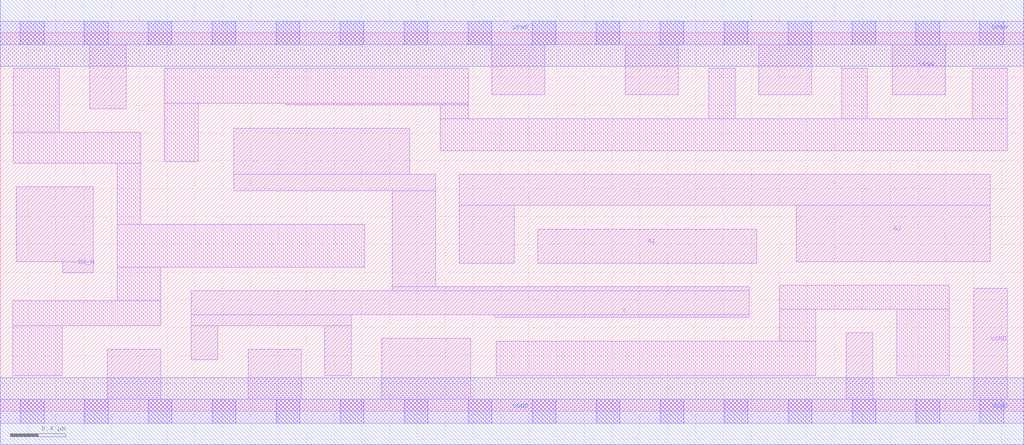
<source format=lef>
# Copyright 2020 The SkyWater PDK Authors
#
# Licensed under the Apache License, Version 2.0 (the "License");
# you may not use this file except in compliance with the License.
# You may obtain a copy of the License at
#
#     https://www.apache.org/licenses/LICENSE-2.0
#
# Unless required by applicable law or agreed to in writing, software
# distributed under the License is distributed on an "AS IS" BASIS,
# WITHOUT WARRANTIES OR CONDITIONS OF ANY KIND, either express or implied.
# See the License for the specific language governing permissions and
# limitations under the License.
#
# SPDX-License-Identifier: Apache-2.0

VERSION 5.7 ;
  NAMESCASESENSITIVE ON ;
  NOWIREEXTENSIONATPIN ON ;
  DIVIDERCHAR "/" ;
  BUSBITCHARS "[]" ;
UNITS
  DATABASE MICRONS 200 ;
END UNITS
PROPERTYDEFINITIONS
  MACRO maskLayoutSubType STRING ;
  MACRO prCellType STRING ;
  MACRO originalViewName STRING ;
END PROPERTYDEFINITIONS
MACRO sky130_fd_sc_hdll__a21boi_4
  CLASS CORE ;
  FOREIGN sky130_fd_sc_hdll__a21boi_4 ;
  ORIGIN  0.000000  0.000000 ;
  SIZE  7.360000 BY  2.720000 ;
  SYMMETRY X Y R90 ;
  SITE unithd ;
  PIN A1
    ANTENNAGATEAREA  1.110000 ;
    DIRECTION INPUT ;
    USE SIGNAL ;
    PORT
      LAYER li1 ;
        RECT 3.865000 1.065000 5.440000 1.310000 ;
    END
  END A1
  PIN A2
    ANTENNAGATEAREA  1.110000 ;
    DIRECTION INPUT ;
    USE SIGNAL ;
    PORT
      LAYER li1 ;
        RECT 3.300000 1.065000 3.695000 1.480000 ;
        RECT 3.300000 1.480000 7.120000 1.705000 ;
        RECT 5.725000 1.075000 7.120000 1.480000 ;
    END
  END A2
  PIN B1_N
    ANTENNAGATEAREA  0.277500 ;
    DIRECTION INPUT ;
    USE SIGNAL ;
    PORT
      LAYER li1 ;
        RECT 0.115000 1.075000 0.670000 1.615000 ;
        RECT 0.450000 0.995000 0.670000 1.075000 ;
    END
  END B1_N
  PIN VGND
    ANTENNADIFFAREA  1.365000 ;
    DIRECTION INOUT ;
    USE SIGNAL ;
    PORT
      LAYER li1 ;
        RECT 0.000000 -0.085000 7.360000 0.085000 ;
        RECT 0.770000  0.085000 1.155000 0.445000 ;
        RECT 1.785000  0.085000 2.165000 0.445000 ;
        RECT 2.745000  0.085000 3.385000 0.525000 ;
        RECT 6.085000  0.085000 6.275000 0.565000 ;
        RECT 7.000000  0.085000 7.240000 0.885000 ;
      LAYER mcon ;
        RECT 0.145000 -0.085000 0.315000 0.085000 ;
        RECT 0.605000 -0.085000 0.775000 0.085000 ;
        RECT 1.065000 -0.085000 1.235000 0.085000 ;
        RECT 1.525000 -0.085000 1.695000 0.085000 ;
        RECT 1.985000 -0.085000 2.155000 0.085000 ;
        RECT 2.445000 -0.085000 2.615000 0.085000 ;
        RECT 2.905000 -0.085000 3.075000 0.085000 ;
        RECT 3.365000 -0.085000 3.535000 0.085000 ;
        RECT 3.825000 -0.085000 3.995000 0.085000 ;
        RECT 4.285000 -0.085000 4.455000 0.085000 ;
        RECT 4.745000 -0.085000 4.915000 0.085000 ;
        RECT 5.205000 -0.085000 5.375000 0.085000 ;
        RECT 5.665000 -0.085000 5.835000 0.085000 ;
        RECT 6.125000 -0.085000 6.295000 0.085000 ;
        RECT 6.585000 -0.085000 6.755000 0.085000 ;
        RECT 7.045000 -0.085000 7.215000 0.085000 ;
      LAYER met1 ;
        RECT 0.000000 -0.240000 7.360000 0.240000 ;
    END
  END VGND
  PIN VPWR
    ANTENNADIFFAREA  1.465000 ;
    DIRECTION INOUT ;
    USE SIGNAL ;
    PORT
      LAYER li1 ;
        RECT 0.000000 2.635000 7.360000 2.805000 ;
        RECT 0.645000 2.175000 0.905000 2.635000 ;
        RECT 3.535000 2.275000 3.915000 2.635000 ;
        RECT 4.495000 2.275000 4.875000 2.635000 ;
        RECT 5.455000 2.275000 5.835000 2.635000 ;
        RECT 6.415000 2.275000 6.795000 2.635000 ;
      LAYER mcon ;
        RECT 0.145000 2.635000 0.315000 2.805000 ;
        RECT 0.605000 2.635000 0.775000 2.805000 ;
        RECT 1.065000 2.635000 1.235000 2.805000 ;
        RECT 1.525000 2.635000 1.695000 2.805000 ;
        RECT 1.985000 2.635000 2.155000 2.805000 ;
        RECT 2.445000 2.635000 2.615000 2.805000 ;
        RECT 2.905000 2.635000 3.075000 2.805000 ;
        RECT 3.365000 2.635000 3.535000 2.805000 ;
        RECT 3.825000 2.635000 3.995000 2.805000 ;
        RECT 4.285000 2.635000 4.455000 2.805000 ;
        RECT 4.745000 2.635000 4.915000 2.805000 ;
        RECT 5.205000 2.635000 5.375000 2.805000 ;
        RECT 5.665000 2.635000 5.835000 2.805000 ;
        RECT 6.125000 2.635000 6.295000 2.805000 ;
        RECT 6.585000 2.635000 6.755000 2.805000 ;
        RECT 7.045000 2.635000 7.215000 2.805000 ;
      LAYER met1 ;
        RECT 0.000000 2.480000 7.360000 2.960000 ;
    END
  END VPWR
  PIN Y
    ANTENNADIFFAREA  1.490500 ;
    DIRECTION OUTPUT ;
    USE SIGNAL ;
    PORT
      LAYER li1 ;
        RECT 1.375000 0.370000 1.565000 0.615000 ;
        RECT 1.375000 0.615000 2.525000 0.695000 ;
        RECT 1.375000 0.695000 5.385000 0.865000 ;
        RECT 1.680000 1.585000 3.130000 1.705000 ;
        RECT 1.680000 1.705000 2.945000 2.035000 ;
        RECT 2.335000 0.255000 2.525000 0.615000 ;
        RECT 2.820000 0.865000 5.385000 0.895000 ;
        RECT 2.820000 0.895000 3.130000 1.585000 ;
        RECT 3.555000 0.675000 5.385000 0.695000 ;
    END
  END Y
  OBS
    LAYER li1 ;
      RECT 0.090000 0.255000 0.445000 0.615000 ;
      RECT 0.090000 0.615000 1.155000 0.795000 ;
      RECT 0.095000 1.785000 1.010000 2.005000 ;
      RECT 0.095000 2.005000 0.425000 2.465000 ;
      RECT 0.840000 0.795000 1.155000 1.035000 ;
      RECT 0.840000 1.035000 2.620000 1.345000 ;
      RECT 0.840000 1.345000 1.010000 1.785000 ;
      RECT 1.180000 1.795000 1.425000 2.215000 ;
      RECT 1.180000 2.215000 3.365000 2.465000 ;
      RECT 2.055000 2.205000 3.365000 2.215000 ;
      RECT 3.165000 1.875000 7.240000 2.105000 ;
      RECT 3.165000 2.105000 3.365000 2.205000 ;
      RECT 3.565000 0.255000 5.865000 0.505000 ;
      RECT 5.095000 2.105000 5.285000 2.465000 ;
      RECT 5.605000 0.505000 5.865000 0.735000 ;
      RECT 5.605000 0.735000 6.825000 0.905000 ;
      RECT 6.050000 2.105000 6.235000 2.465000 ;
      RECT 6.445000 0.255000 6.825000 0.735000 ;
      RECT 6.990000 2.105000 7.240000 2.465000 ;
  END
  PROPERTY maskLayoutSubType "abstract" ;
  PROPERTY prCellType "standard" ;
  PROPERTY originalViewName "layout" ;
END sky130_fd_sc_hdll__a21boi_4

</source>
